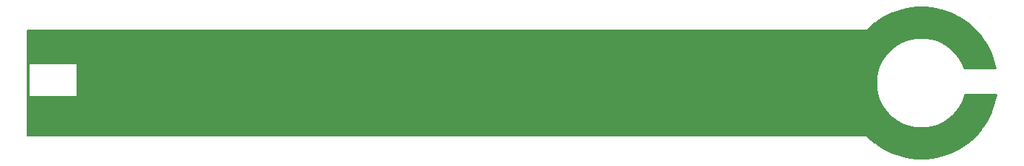
<source format=gbr>
%TF.GenerationSoftware,KiCad,Pcbnew,9.0.0*%
%TF.CreationDate,2025-05-12T23:20:49+02:00*%
%TF.ProjectId,H-Field 18mm,482d4669-656c-4642-9031-386d6d2e6b69,1.0*%
%TF.SameCoordinates,Original*%
%TF.FileFunction,Copper,L3,Inr*%
%TF.FilePolarity,Positive*%
%FSLAX46Y46*%
G04 Gerber Fmt 4.6, Leading zero omitted, Abs format (unit mm)*
G04 Created by KiCad (PCBNEW 9.0.0) date 2025-05-12 23:20:49*
%MOMM*%
%LPD*%
G01*
G04 APERTURE LIST*
%TA.AperFunction,ViaPad*%
%ADD10C,0.600000*%
%TD*%
G04 APERTURE END LIST*
D10*
%TO.N,GND*%
X108000000Y-118000000D03*
X149870173Y-122701820D03*
X159244453Y-112350197D03*
X153918912Y-109167588D03*
X160241916Y-113528669D03*
X104000000Y-115400000D03*
X78000000Y-115400000D03*
X152376416Y-124210967D03*
X114000000Y-115400000D03*
X150812307Y-112445080D03*
X132000000Y-118000000D03*
X155009596Y-110728377D03*
X125000000Y-118000000D03*
X69000000Y-118000000D03*
X148247422Y-115360599D03*
X99000000Y-118000000D03*
X160681168Y-119446934D03*
X98000000Y-115400000D03*
X150913347Y-121424403D03*
X57000000Y-115400000D03*
X104000000Y-118000000D03*
X60000000Y-115400000D03*
X88000000Y-118000000D03*
X95000000Y-115400000D03*
X100000000Y-115400000D03*
X140000000Y-115400000D03*
X105000000Y-115400000D03*
X160622152Y-114202250D03*
X135000000Y-115400000D03*
X148936482Y-117343189D03*
X159814416Y-123093304D03*
X85000000Y-115400000D03*
X137000000Y-115400000D03*
X148391357Y-112860361D03*
X63000000Y-115400000D03*
X103000000Y-118000000D03*
X144000000Y-118000000D03*
X55800000Y-112400000D03*
X140000000Y-118000000D03*
X160287639Y-111072780D03*
X58000000Y-118000000D03*
X66000000Y-115400000D03*
X123000000Y-115400000D03*
X67000000Y-118000000D03*
X160975319Y-111771456D03*
X70000000Y-118000000D03*
X147000000Y-115400000D03*
X105000000Y-118000000D03*
X161570009Y-112550813D03*
X158642956Y-111863891D03*
X147000000Y-118000000D03*
X89000000Y-115400000D03*
X149841614Y-113645699D03*
X131000000Y-118000000D03*
X128000000Y-118000000D03*
X151514844Y-121910709D03*
X162062331Y-113398558D03*
X101000000Y-115400000D03*
X148095481Y-120376042D03*
X86000000Y-118000000D03*
X147713292Y-119473277D03*
X51050000Y-122075000D03*
X117000000Y-118000000D03*
X65000000Y-118000000D03*
X54350000Y-113575000D03*
X74000000Y-115400000D03*
X155262216Y-124691526D03*
X156543435Y-110904636D03*
X129000000Y-115400000D03*
X63000000Y-118000000D03*
X143000000Y-118000000D03*
X158677985Y-109960094D03*
X110000000Y-115400000D03*
X107000000Y-118000000D03*
X87000000Y-118000000D03*
X152172548Y-122317793D03*
X158106715Y-122251018D03*
X122000000Y-115400000D03*
X121000000Y-115400000D03*
X51050000Y-113575000D03*
X58000000Y-115400000D03*
X91000000Y-118000000D03*
X160957800Y-118724600D03*
X98000000Y-118000000D03*
X151158555Y-110136715D03*
X138000000Y-118000000D03*
X161209012Y-121720658D03*
X148587803Y-121223787D03*
X118000000Y-118000000D03*
X159868608Y-120759746D03*
X133000000Y-118000000D03*
X119000000Y-118000000D03*
X130000000Y-118000000D03*
X78000000Y-118000000D03*
X150377544Y-120866545D03*
X134000000Y-115400000D03*
X64000000Y-115400000D03*
X120000000Y-115400000D03*
X126000000Y-115400000D03*
X157410588Y-122588209D03*
X162557812Y-119124600D03*
X81000000Y-115400000D03*
X153480112Y-110939106D03*
X66000000Y-118000000D03*
X81000000Y-118000000D03*
X162218431Y-120044314D03*
X112000000Y-115400000D03*
X52800000Y-113600000D03*
X96000000Y-115400000D03*
X103000000Y-115400000D03*
X116000000Y-115400000D03*
X102000000Y-118000000D03*
X151402708Y-111945362D03*
X115000000Y-115400000D03*
X54350000Y-122075000D03*
X128000000Y-115400000D03*
X106000000Y-118000000D03*
X73000000Y-115400000D03*
X108000000Y-115400000D03*
X94000000Y-118000000D03*
X157985252Y-111456807D03*
X158999257Y-123637885D03*
X154282642Y-124652962D03*
X95000000Y-118000000D03*
X67000000Y-115400000D03*
X68000000Y-115400000D03*
X135000000Y-118000000D03*
X99000000Y-115400000D03*
X152051085Y-111523582D03*
X86000000Y-115400000D03*
X131000000Y-115400000D03*
X130000000Y-115400000D03*
X162444520Y-114301323D03*
X52800000Y-122100000D03*
X76000000Y-115400000D03*
X127000000Y-118000000D03*
X155875170Y-109121638D03*
X152876086Y-122639234D03*
X156842187Y-109282671D03*
X155148204Y-123046223D03*
X149476632Y-114327666D03*
X146000000Y-118000000D03*
X91000000Y-115400000D03*
X142000000Y-115400000D03*
X138000000Y-115400000D03*
X154375740Y-123006344D03*
X71000000Y-115400000D03*
X127000000Y-115400000D03*
X84000000Y-115400000D03*
X121000000Y-118000000D03*
X123000000Y-118000000D03*
X62000000Y-118000000D03*
X83000000Y-118000000D03*
X109000000Y-115400000D03*
X75000000Y-115400000D03*
X158755092Y-121829238D03*
X157281714Y-111135366D03*
X152960523Y-109373846D03*
X129000000Y-118000000D03*
X102000000Y-115400000D03*
X152747212Y-111186391D03*
X60000000Y-118000000D03*
X75000000Y-118000000D03*
X51050000Y-111225000D03*
X83000000Y-115400000D03*
X160914968Y-114918176D03*
X73000000Y-118000000D03*
X144000000Y-115400000D03*
X79000000Y-115400000D03*
X94000000Y-115400000D03*
X64000000Y-118000000D03*
X157781396Y-109563633D03*
X76000000Y-118000000D03*
X159345493Y-121329520D03*
X97000000Y-118000000D03*
X150343396Y-110681296D03*
X77000000Y-118000000D03*
X141000000Y-118000000D03*
X125000000Y-115400000D03*
X150639998Y-123308799D03*
X96000000Y-118000000D03*
X133000000Y-115400000D03*
X149042055Y-118109443D03*
X147600000Y-114650000D03*
X87000000Y-115400000D03*
X110000000Y-118000000D03*
X70000000Y-115400000D03*
X101000000Y-118000000D03*
X145000000Y-118000000D03*
X65000000Y-115400000D03*
X132000000Y-115400000D03*
X107000000Y-115400000D03*
X118000000Y-115400000D03*
X74000000Y-118000000D03*
X61000000Y-115400000D03*
X149535648Y-119572350D03*
X72000000Y-115400000D03*
X148948800Y-112053942D03*
X71000000Y-118000000D03*
X116000000Y-118000000D03*
X119000000Y-115400000D03*
X57000000Y-118000000D03*
X143000000Y-115400000D03*
X158122271Y-124076005D03*
X136000000Y-118000000D03*
X156677688Y-122835494D03*
X51050000Y-119725000D03*
X100000000Y-118000000D03*
X72000000Y-118000000D03*
X84000000Y-118000000D03*
X149242832Y-118856424D03*
X114000000Y-118000000D03*
X117000000Y-115400000D03*
X149016082Y-115801309D03*
X159517814Y-110465801D03*
X137000000Y-118000000D03*
X154895596Y-109083074D03*
X149915884Y-120245931D03*
X139000000Y-115400000D03*
X145000000Y-115400000D03*
X111000000Y-115400000D03*
X59000000Y-118000000D03*
X139000000Y-118000000D03*
X122000000Y-118000000D03*
X92000000Y-115400000D03*
X152035541Y-109698595D03*
X112000000Y-118000000D03*
X92000000Y-118000000D03*
X154238225Y-110785628D03*
X115000000Y-118000000D03*
X159780256Y-112908055D03*
X126000000Y-118000000D03*
X124000000Y-118000000D03*
X149182493Y-122003144D03*
X109000000Y-118000000D03*
X149602918Y-111323749D03*
X160554894Y-122450851D03*
X134000000Y-118000000D03*
X147939381Y-113730286D03*
X77000000Y-115400000D03*
X80000000Y-115400000D03*
X149200000Y-115050000D03*
X82000000Y-115400000D03*
X52800000Y-119750000D03*
X120000000Y-118000000D03*
X151479827Y-123814506D03*
X148927779Y-116569745D03*
X90000000Y-115400000D03*
X62000000Y-115400000D03*
X161766455Y-120914239D03*
X89000000Y-118000000D03*
X79000000Y-118000000D03*
X93000000Y-118000000D03*
X155782060Y-110768256D03*
X88000000Y-115400000D03*
X142000000Y-118000000D03*
X55800000Y-120900000D03*
X82000000Y-118000000D03*
X93000000Y-115400000D03*
X54350000Y-119775000D03*
X54350000Y-111275000D03*
X136000000Y-115400000D03*
X68000000Y-118000000D03*
X111000000Y-118000000D03*
X80000000Y-118000000D03*
X106000000Y-115400000D03*
X97000000Y-115400000D03*
X52800000Y-111250000D03*
X153315625Y-124491929D03*
X155919575Y-122988972D03*
X157197289Y-124400754D03*
X156238900Y-124607012D03*
X150289192Y-113014854D03*
X141000000Y-115400000D03*
X61000000Y-118000000D03*
X85000000Y-118000000D03*
X113000000Y-115400000D03*
X124000000Y-115400000D03*
X90000000Y-118000000D03*
X59000000Y-115400000D03*
X146000000Y-115400000D03*
X113000000Y-118000000D03*
X160316186Y-120128901D03*
X69000000Y-115400000D03*
X153614365Y-122869964D03*
%TD*%
%TA.AperFunction,Conductor*%
%TO.N,GND*%
G36*
X147005000Y-110603444D02*
G01*
X146486278Y-110937732D01*
X146658853Y-123174100D01*
X50324500Y-123174100D01*
X50257461Y-123154415D01*
X50211706Y-123101611D01*
X50200500Y-123050100D01*
X50200500Y-118400000D01*
X50500000Y-118400000D01*
X56000000Y-118400000D01*
X56000000Y-114650000D01*
X50500000Y-114650000D01*
X50500000Y-118400000D01*
X50200500Y-118400000D01*
X50200500Y-110724500D01*
X50220185Y-110657461D01*
X50272989Y-110611706D01*
X50324500Y-110600500D01*
X147005000Y-110600500D01*
X147005000Y-110603444D01*
G37*
%TD.AperFunction*%
%TD*%
%TA.AperFunction,Conductor*%
%TO.N,GND*%
G36*
X155661781Y-107932458D02*
G01*
X155669859Y-107932988D01*
X156246215Y-107989754D01*
X156254213Y-107990807D01*
X156825628Y-108085148D01*
X156833571Y-108086728D01*
X157397586Y-108218238D01*
X157405394Y-108220331D01*
X157874831Y-108362733D01*
X157959598Y-108388447D01*
X157967282Y-108391056D01*
X158509268Y-108595045D01*
X158516765Y-108598150D01*
X159044291Y-108837168D01*
X159051533Y-108840740D01*
X159505463Y-109083371D01*
X159562282Y-109113742D01*
X159569309Y-109117799D01*
X160061096Y-109423612D01*
X160067843Y-109428120D01*
X160538578Y-109765444D01*
X160545016Y-109770384D01*
X160992686Y-110137776D01*
X160998783Y-110143123D01*
X161421473Y-110539016D01*
X161427185Y-110544728D01*
X161640602Y-110772591D01*
X161823074Y-110967415D01*
X161828424Y-110973515D01*
X162195817Y-111421185D01*
X162200753Y-111427618D01*
X162471351Y-111805236D01*
X162538082Y-111898358D01*
X162542590Y-111905105D01*
X162848402Y-112396892D01*
X162852459Y-112403919D01*
X163125451Y-112914651D01*
X163129040Y-112921928D01*
X163368050Y-113449436D01*
X163371155Y-113456933D01*
X163575144Y-113998919D01*
X163577753Y-114006603D01*
X163745865Y-114560792D01*
X163747965Y-114568629D01*
X163867698Y-115082135D01*
X163871361Y-115097842D01*
X163867414Y-115167600D01*
X163826379Y-115224151D01*
X163761285Y-115249539D01*
X163750600Y-115250000D01*
X160104060Y-115250000D01*
X160037021Y-115230315D01*
X159991266Y-115177511D01*
X159987538Y-115168411D01*
X159975950Y-115136575D01*
X159888118Y-114895259D01*
X159696200Y-114483689D01*
X159469141Y-114090412D01*
X159469133Y-114090401D01*
X159469129Y-114090394D01*
X159208669Y-113718418D01*
X158986064Y-113453129D01*
X158916769Y-113370546D01*
X158595660Y-113049437D01*
X158439301Y-112918236D01*
X158247787Y-112757536D01*
X157875811Y-112497076D01*
X157875800Y-112497069D01*
X157875794Y-112497065D01*
X157702290Y-112396892D01*
X157482523Y-112270009D01*
X157482508Y-112270001D01*
X157070956Y-112078092D01*
X157070954Y-112078091D01*
X157070947Y-112078088D01*
X156644216Y-111922770D01*
X156644215Y-111922769D01*
X156644205Y-111922766D01*
X156205579Y-111805238D01*
X156205582Y-111805238D01*
X156205572Y-111805236D01*
X156142433Y-111794102D01*
X155758356Y-111726379D01*
X155305968Y-111686800D01*
X155305965Y-111686800D01*
X154851847Y-111686800D01*
X154851843Y-111686800D01*
X154399455Y-111726379D01*
X153952245Y-111805235D01*
X153952242Y-111805235D01*
X153952240Y-111805236D01*
X153952235Y-111805237D01*
X153952232Y-111805238D01*
X153513606Y-111922766D01*
X153300230Y-112000429D01*
X153086865Y-112078088D01*
X153086861Y-112078089D01*
X153086855Y-112078092D01*
X152675303Y-112270001D01*
X152675288Y-112270009D01*
X152282026Y-112497060D01*
X152282000Y-112497076D01*
X151910024Y-112757536D01*
X151562149Y-113049439D01*
X151241045Y-113370543D01*
X150949142Y-113718418D01*
X150688682Y-114090394D01*
X150688666Y-114090420D01*
X150461615Y-114483682D01*
X150461607Y-114483697D01*
X150269698Y-114895249D01*
X150114372Y-115322000D01*
X149996844Y-115760626D01*
X149996841Y-115760639D01*
X149917985Y-116207849D01*
X149878406Y-116660237D01*
X149878406Y-117114362D01*
X149917985Y-117566750D01*
X149996841Y-118013960D01*
X149996844Y-118013973D01*
X150114372Y-118452599D01*
X150114375Y-118452609D01*
X150114376Y-118452610D01*
X150269694Y-118879341D01*
X150269697Y-118879348D01*
X150269698Y-118879350D01*
X150461607Y-119290902D01*
X150461612Y-119290911D01*
X150688671Y-119684188D01*
X150688675Y-119684194D01*
X150688682Y-119684205D01*
X150949142Y-120056181D01*
X151160129Y-120307625D01*
X151241043Y-120404054D01*
X151562152Y-120725163D01*
X151706794Y-120846532D01*
X151910024Y-121017063D01*
X152282000Y-121277523D01*
X152282007Y-121277527D01*
X152282018Y-121277535D01*
X152650594Y-121490333D01*
X152675288Y-121504590D01*
X152675303Y-121504598D01*
X152858215Y-121589890D01*
X153086865Y-121696512D01*
X153513596Y-121851830D01*
X153513602Y-121851831D01*
X153513606Y-121851833D01*
X153633057Y-121883839D01*
X153952240Y-121969364D01*
X154399458Y-122048221D01*
X154851845Y-122087799D01*
X154851846Y-122087800D01*
X154851847Y-122087800D01*
X155305966Y-122087800D01*
X155305966Y-122087799D01*
X155758354Y-122048221D01*
X156205572Y-121969364D01*
X156644216Y-121851830D01*
X157070947Y-121696512D01*
X157482517Y-121504594D01*
X157875794Y-121277535D01*
X158247786Y-121017064D01*
X158595660Y-120725163D01*
X158916769Y-120404054D01*
X159208670Y-120056180D01*
X159469141Y-119684188D01*
X159696200Y-119290911D01*
X159888118Y-118879341D01*
X160043436Y-118452610D01*
X160099894Y-118241907D01*
X160136259Y-118182246D01*
X160199106Y-118151717D01*
X160219669Y-118150000D01*
X163814814Y-118150000D01*
X163881853Y-118169685D01*
X163927608Y-118222489D01*
X163937552Y-118291647D01*
X163937158Y-118294199D01*
X163881053Y-118634017D01*
X163879470Y-118641976D01*
X163747965Y-119205969D01*
X163745865Y-119213806D01*
X163577753Y-119767996D01*
X163575144Y-119775680D01*
X163371155Y-120317667D01*
X163368050Y-120325164D01*
X163129040Y-120852671D01*
X163125451Y-120859948D01*
X162852459Y-121370679D01*
X162848402Y-121377706D01*
X162542589Y-121869493D01*
X162538081Y-121876240D01*
X162200757Y-122346976D01*
X162195817Y-122353414D01*
X161828425Y-122801083D01*
X161823075Y-122807183D01*
X161427198Y-123229858D01*
X161421460Y-123235596D01*
X160998786Y-123631472D01*
X160992686Y-123636822D01*
X160545017Y-124004216D01*
X160538579Y-124009156D01*
X160067850Y-124346475D01*
X160061103Y-124350983D01*
X159569303Y-124656804D01*
X159562276Y-124660861D01*
X159051551Y-124933850D01*
X159044274Y-124937439D01*
X158516766Y-125176449D01*
X158509269Y-125179554D01*
X157967283Y-125383543D01*
X157959599Y-125386152D01*
X157405410Y-125554264D01*
X157397572Y-125556364D01*
X156833578Y-125687869D01*
X156825620Y-125689452D01*
X156254237Y-125783788D01*
X156246192Y-125784847D01*
X155669870Y-125841610D01*
X155661773Y-125842141D01*
X155082960Y-125861090D01*
X155074846Y-125861090D01*
X154496033Y-125842141D01*
X154487936Y-125841610D01*
X153911613Y-125784848D01*
X153903568Y-125783789D01*
X153332182Y-125689453D01*
X153324224Y-125687870D01*
X152760237Y-125556367D01*
X152752399Y-125554267D01*
X152198206Y-125386154D01*
X152190522Y-125383545D01*
X151648535Y-125179556D01*
X151641039Y-125176451D01*
X151113532Y-124937442D01*
X151106254Y-124933853D01*
X151106248Y-124933850D01*
X150925246Y-124837102D01*
X150595522Y-124660860D01*
X150588495Y-124656803D01*
X150096708Y-124350991D01*
X150089961Y-124346483D01*
X149619225Y-124009159D01*
X149612787Y-124004219D01*
X149165118Y-123636827D01*
X149159018Y-123631477D01*
X148734864Y-123234213D01*
X148731948Y-123231391D01*
X148705181Y-123204624D01*
X148631490Y-123174100D01*
X148631489Y-123174100D01*
X146658852Y-123174100D01*
X146486278Y-110937732D01*
X147009569Y-110600500D01*
X148631486Y-110600500D01*
X148631488Y-110600500D01*
X148705180Y-110569976D01*
X148731977Y-110543178D01*
X148734832Y-110540415D01*
X149159032Y-110143109D01*
X149165114Y-110137776D01*
X149612792Y-109770376D01*
X149619225Y-109765441D01*
X150089967Y-109428112D01*
X150096708Y-109423609D01*
X150588505Y-109117789D01*
X150595517Y-109113742D01*
X151106283Y-108840732D01*
X151113501Y-108837172D01*
X151641045Y-108598145D01*
X151648530Y-108595045D01*
X152190537Y-108391048D01*
X152198190Y-108388449D01*
X152752423Y-108220325D01*
X152760212Y-108218238D01*
X153324250Y-108086723D01*
X153332153Y-108085151D01*
X153903598Y-107990805D01*
X153911581Y-107989754D01*
X154487947Y-107932988D01*
X154496021Y-107932458D01*
X155074871Y-107913509D01*
X155082935Y-107913509D01*
X155661781Y-107932458D01*
G37*
%TD.AperFunction*%
%TD*%
M02*

</source>
